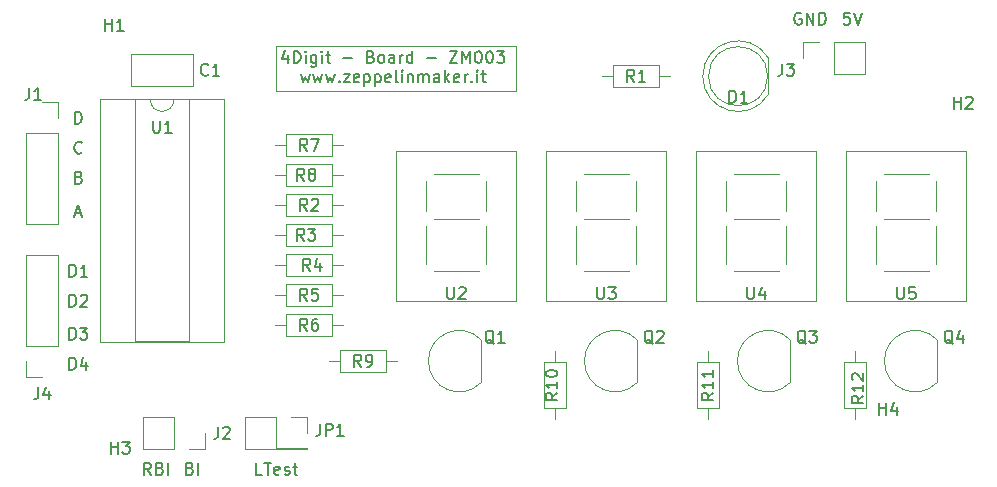
<source format=gbr>
G04 #@! TF.GenerationSoftware,KiCad,Pcbnew,(5.1.4-0-10_14)*
G04 #@! TF.CreationDate,2021-03-24T14:33:32+01:00*
G04 #@! TF.ProjectId,Display7447,44697370-6c61-4793-9734-34372e6b6963,rev?*
G04 #@! TF.SameCoordinates,Original*
G04 #@! TF.FileFunction,Legend,Top*
G04 #@! TF.FilePolarity,Positive*
%FSLAX46Y46*%
G04 Gerber Fmt 4.6, Leading zero omitted, Abs format (unit mm)*
G04 Created by KiCad (PCBNEW (5.1.4-0-10_14)) date 2021-03-24 14:33:32*
%MOMM*%
%LPD*%
G04 APERTURE LIST*
%ADD10C,0.120000*%
%ADD11C,0.150000*%
G04 APERTURE END LIST*
D10*
X101600000Y-25400000D02*
X101600000Y-21590000D01*
X121920000Y-25400000D02*
X101600000Y-25400000D01*
X121920000Y-21590000D02*
X121920000Y-25400000D01*
X101600000Y-21590000D02*
X121920000Y-21590000D01*
D11*
X102577428Y-22328714D02*
X102577428Y-22995380D01*
X102339333Y-21947761D02*
X102101238Y-22662047D01*
X102720285Y-22662047D01*
X103101238Y-22995380D02*
X103101238Y-21995380D01*
X103339333Y-21995380D01*
X103482190Y-22043000D01*
X103577428Y-22138238D01*
X103625047Y-22233476D01*
X103672666Y-22423952D01*
X103672666Y-22566809D01*
X103625047Y-22757285D01*
X103577428Y-22852523D01*
X103482190Y-22947761D01*
X103339333Y-22995380D01*
X103101238Y-22995380D01*
X104101238Y-22995380D02*
X104101238Y-22328714D01*
X104101238Y-21995380D02*
X104053619Y-22043000D01*
X104101238Y-22090619D01*
X104148857Y-22043000D01*
X104101238Y-21995380D01*
X104101238Y-22090619D01*
X105006000Y-22328714D02*
X105006000Y-23138238D01*
X104958380Y-23233476D01*
X104910761Y-23281095D01*
X104815523Y-23328714D01*
X104672666Y-23328714D01*
X104577428Y-23281095D01*
X105006000Y-22947761D02*
X104910761Y-22995380D01*
X104720285Y-22995380D01*
X104625047Y-22947761D01*
X104577428Y-22900142D01*
X104529809Y-22804904D01*
X104529809Y-22519190D01*
X104577428Y-22423952D01*
X104625047Y-22376333D01*
X104720285Y-22328714D01*
X104910761Y-22328714D01*
X105006000Y-22376333D01*
X105482190Y-22995380D02*
X105482190Y-22328714D01*
X105482190Y-21995380D02*
X105434571Y-22043000D01*
X105482190Y-22090619D01*
X105529809Y-22043000D01*
X105482190Y-21995380D01*
X105482190Y-22090619D01*
X105815523Y-22328714D02*
X106196476Y-22328714D01*
X105958380Y-21995380D02*
X105958380Y-22852523D01*
X106006000Y-22947761D01*
X106101238Y-22995380D01*
X106196476Y-22995380D01*
X107291714Y-22614428D02*
X108053619Y-22614428D01*
X109625047Y-22471571D02*
X109767904Y-22519190D01*
X109815523Y-22566809D01*
X109863142Y-22662047D01*
X109863142Y-22804904D01*
X109815523Y-22900142D01*
X109767904Y-22947761D01*
X109672666Y-22995380D01*
X109291714Y-22995380D01*
X109291714Y-21995380D01*
X109625047Y-21995380D01*
X109720285Y-22043000D01*
X109767904Y-22090619D01*
X109815523Y-22185857D01*
X109815523Y-22281095D01*
X109767904Y-22376333D01*
X109720285Y-22423952D01*
X109625047Y-22471571D01*
X109291714Y-22471571D01*
X110434571Y-22995380D02*
X110339333Y-22947761D01*
X110291714Y-22900142D01*
X110244095Y-22804904D01*
X110244095Y-22519190D01*
X110291714Y-22423952D01*
X110339333Y-22376333D01*
X110434571Y-22328714D01*
X110577428Y-22328714D01*
X110672666Y-22376333D01*
X110720285Y-22423952D01*
X110767904Y-22519190D01*
X110767904Y-22804904D01*
X110720285Y-22900142D01*
X110672666Y-22947761D01*
X110577428Y-22995380D01*
X110434571Y-22995380D01*
X111625047Y-22995380D02*
X111625047Y-22471571D01*
X111577428Y-22376333D01*
X111482190Y-22328714D01*
X111291714Y-22328714D01*
X111196476Y-22376333D01*
X111625047Y-22947761D02*
X111529809Y-22995380D01*
X111291714Y-22995380D01*
X111196476Y-22947761D01*
X111148857Y-22852523D01*
X111148857Y-22757285D01*
X111196476Y-22662047D01*
X111291714Y-22614428D01*
X111529809Y-22614428D01*
X111625047Y-22566809D01*
X112101238Y-22995380D02*
X112101238Y-22328714D01*
X112101238Y-22519190D02*
X112148857Y-22423952D01*
X112196476Y-22376333D01*
X112291714Y-22328714D01*
X112386952Y-22328714D01*
X113148857Y-22995380D02*
X113148857Y-21995380D01*
X113148857Y-22947761D02*
X113053619Y-22995380D01*
X112863142Y-22995380D01*
X112767904Y-22947761D01*
X112720285Y-22900142D01*
X112672666Y-22804904D01*
X112672666Y-22519190D01*
X112720285Y-22423952D01*
X112767904Y-22376333D01*
X112863142Y-22328714D01*
X113053619Y-22328714D01*
X113148857Y-22376333D01*
X114386952Y-22614428D02*
X115148857Y-22614428D01*
X116291714Y-21995380D02*
X116958380Y-21995380D01*
X116291714Y-22995380D01*
X116958380Y-22995380D01*
X117339333Y-22995380D02*
X117339333Y-21995380D01*
X117672666Y-22709666D01*
X118006000Y-21995380D01*
X118006000Y-22995380D01*
X118672666Y-21995380D02*
X118767904Y-21995380D01*
X118863142Y-22043000D01*
X118910761Y-22090619D01*
X118958380Y-22185857D01*
X119006000Y-22376333D01*
X119006000Y-22614428D01*
X118958380Y-22804904D01*
X118910761Y-22900142D01*
X118863142Y-22947761D01*
X118767904Y-22995380D01*
X118672666Y-22995380D01*
X118577428Y-22947761D01*
X118529809Y-22900142D01*
X118482190Y-22804904D01*
X118434571Y-22614428D01*
X118434571Y-22376333D01*
X118482190Y-22185857D01*
X118529809Y-22090619D01*
X118577428Y-22043000D01*
X118672666Y-21995380D01*
X119625047Y-21995380D02*
X119720285Y-21995380D01*
X119815523Y-22043000D01*
X119863142Y-22090619D01*
X119910761Y-22185857D01*
X119958380Y-22376333D01*
X119958380Y-22614428D01*
X119910761Y-22804904D01*
X119863142Y-22900142D01*
X119815523Y-22947761D01*
X119720285Y-22995380D01*
X119625047Y-22995380D01*
X119529809Y-22947761D01*
X119482190Y-22900142D01*
X119434571Y-22804904D01*
X119386952Y-22614428D01*
X119386952Y-22376333D01*
X119434571Y-22185857D01*
X119482190Y-22090619D01*
X119529809Y-22043000D01*
X119625047Y-21995380D01*
X120291714Y-21995380D02*
X120910761Y-21995380D01*
X120577428Y-22376333D01*
X120720285Y-22376333D01*
X120815523Y-22423952D01*
X120863142Y-22471571D01*
X120910761Y-22566809D01*
X120910761Y-22804904D01*
X120863142Y-22900142D01*
X120815523Y-22947761D01*
X120720285Y-22995380D01*
X120434571Y-22995380D01*
X120339333Y-22947761D01*
X120291714Y-22900142D01*
X103696476Y-23978714D02*
X103886952Y-24645380D01*
X104077428Y-24169190D01*
X104267904Y-24645380D01*
X104458380Y-23978714D01*
X104744095Y-23978714D02*
X104934571Y-24645380D01*
X105125047Y-24169190D01*
X105315523Y-24645380D01*
X105506000Y-23978714D01*
X105791714Y-23978714D02*
X105982190Y-24645380D01*
X106172666Y-24169190D01*
X106363142Y-24645380D01*
X106553619Y-23978714D01*
X106934571Y-24550142D02*
X106982190Y-24597761D01*
X106934571Y-24645380D01*
X106886952Y-24597761D01*
X106934571Y-24550142D01*
X106934571Y-24645380D01*
X107315523Y-23978714D02*
X107839333Y-23978714D01*
X107315523Y-24645380D01*
X107839333Y-24645380D01*
X108601238Y-24597761D02*
X108506000Y-24645380D01*
X108315523Y-24645380D01*
X108220285Y-24597761D01*
X108172666Y-24502523D01*
X108172666Y-24121571D01*
X108220285Y-24026333D01*
X108315523Y-23978714D01*
X108506000Y-23978714D01*
X108601238Y-24026333D01*
X108648857Y-24121571D01*
X108648857Y-24216809D01*
X108172666Y-24312047D01*
X109077428Y-23978714D02*
X109077428Y-24978714D01*
X109077428Y-24026333D02*
X109172666Y-23978714D01*
X109363142Y-23978714D01*
X109458380Y-24026333D01*
X109506000Y-24073952D01*
X109553619Y-24169190D01*
X109553619Y-24454904D01*
X109506000Y-24550142D01*
X109458380Y-24597761D01*
X109363142Y-24645380D01*
X109172666Y-24645380D01*
X109077428Y-24597761D01*
X109982190Y-23978714D02*
X109982190Y-24978714D01*
X109982190Y-24026333D02*
X110077428Y-23978714D01*
X110267904Y-23978714D01*
X110363142Y-24026333D01*
X110410761Y-24073952D01*
X110458380Y-24169190D01*
X110458380Y-24454904D01*
X110410761Y-24550142D01*
X110363142Y-24597761D01*
X110267904Y-24645380D01*
X110077428Y-24645380D01*
X109982190Y-24597761D01*
X111267904Y-24597761D02*
X111172666Y-24645380D01*
X110982190Y-24645380D01*
X110886952Y-24597761D01*
X110839333Y-24502523D01*
X110839333Y-24121571D01*
X110886952Y-24026333D01*
X110982190Y-23978714D01*
X111172666Y-23978714D01*
X111267904Y-24026333D01*
X111315523Y-24121571D01*
X111315523Y-24216809D01*
X110839333Y-24312047D01*
X111886952Y-24645380D02*
X111791714Y-24597761D01*
X111744095Y-24502523D01*
X111744095Y-23645380D01*
X112267904Y-24645380D02*
X112267904Y-23978714D01*
X112267904Y-23645380D02*
X112220285Y-23693000D01*
X112267904Y-23740619D01*
X112315523Y-23693000D01*
X112267904Y-23645380D01*
X112267904Y-23740619D01*
X112744095Y-23978714D02*
X112744095Y-24645380D01*
X112744095Y-24073952D02*
X112791714Y-24026333D01*
X112886952Y-23978714D01*
X113029809Y-23978714D01*
X113125047Y-24026333D01*
X113172666Y-24121571D01*
X113172666Y-24645380D01*
X113648857Y-24645380D02*
X113648857Y-23978714D01*
X113648857Y-24073952D02*
X113696476Y-24026333D01*
X113791714Y-23978714D01*
X113934571Y-23978714D01*
X114029809Y-24026333D01*
X114077428Y-24121571D01*
X114077428Y-24645380D01*
X114077428Y-24121571D02*
X114125047Y-24026333D01*
X114220285Y-23978714D01*
X114363142Y-23978714D01*
X114458380Y-24026333D01*
X114506000Y-24121571D01*
X114506000Y-24645380D01*
X115410761Y-24645380D02*
X115410761Y-24121571D01*
X115363142Y-24026333D01*
X115267904Y-23978714D01*
X115077428Y-23978714D01*
X114982190Y-24026333D01*
X115410761Y-24597761D02*
X115315523Y-24645380D01*
X115077428Y-24645380D01*
X114982190Y-24597761D01*
X114934571Y-24502523D01*
X114934571Y-24407285D01*
X114982190Y-24312047D01*
X115077428Y-24264428D01*
X115315523Y-24264428D01*
X115410761Y-24216809D01*
X115886952Y-24645380D02*
X115886952Y-23645380D01*
X115982190Y-24264428D02*
X116267904Y-24645380D01*
X116267904Y-23978714D02*
X115886952Y-24359666D01*
X117077428Y-24597761D02*
X116982190Y-24645380D01*
X116791714Y-24645380D01*
X116696476Y-24597761D01*
X116648857Y-24502523D01*
X116648857Y-24121571D01*
X116696476Y-24026333D01*
X116791714Y-23978714D01*
X116982190Y-23978714D01*
X117077428Y-24026333D01*
X117125047Y-24121571D01*
X117125047Y-24216809D01*
X116648857Y-24312047D01*
X117553619Y-24645380D02*
X117553619Y-23978714D01*
X117553619Y-24169190D02*
X117601238Y-24073952D01*
X117648857Y-24026333D01*
X117744095Y-23978714D01*
X117839333Y-23978714D01*
X118172666Y-24550142D02*
X118220285Y-24597761D01*
X118172666Y-24645380D01*
X118125047Y-24597761D01*
X118172666Y-24550142D01*
X118172666Y-24645380D01*
X118648857Y-24645380D02*
X118648857Y-23978714D01*
X118648857Y-23645380D02*
X118601238Y-23693000D01*
X118648857Y-23740619D01*
X118696476Y-23693000D01*
X118648857Y-23645380D01*
X118648857Y-23740619D01*
X118982190Y-23978714D02*
X119363142Y-23978714D01*
X119125047Y-23645380D02*
X119125047Y-24502523D01*
X119172666Y-24597761D01*
X119267904Y-24645380D01*
X119363142Y-24645380D01*
X84574095Y-28138380D02*
X84574095Y-27138380D01*
X84812190Y-27138380D01*
X84955047Y-27186000D01*
X85050285Y-27281238D01*
X85097904Y-27376476D01*
X85145523Y-27566952D01*
X85145523Y-27709809D01*
X85097904Y-27900285D01*
X85050285Y-27995523D01*
X84955047Y-28090761D01*
X84812190Y-28138380D01*
X84574095Y-28138380D01*
X85145523Y-30583142D02*
X85097904Y-30630761D01*
X84955047Y-30678380D01*
X84859809Y-30678380D01*
X84716952Y-30630761D01*
X84621714Y-30535523D01*
X84574095Y-30440285D01*
X84526476Y-30249809D01*
X84526476Y-30106952D01*
X84574095Y-29916476D01*
X84621714Y-29821238D01*
X84716952Y-29726000D01*
X84859809Y-29678380D01*
X84955047Y-29678380D01*
X85097904Y-29726000D01*
X85145523Y-29773619D01*
X84907428Y-32694571D02*
X85050285Y-32742190D01*
X85097904Y-32789809D01*
X85145523Y-32885047D01*
X85145523Y-33027904D01*
X85097904Y-33123142D01*
X85050285Y-33170761D01*
X84955047Y-33218380D01*
X84574095Y-33218380D01*
X84574095Y-32218380D01*
X84907428Y-32218380D01*
X85002666Y-32266000D01*
X85050285Y-32313619D01*
X85097904Y-32408857D01*
X85097904Y-32504095D01*
X85050285Y-32599333D01*
X85002666Y-32646952D01*
X84907428Y-32694571D01*
X84574095Y-32694571D01*
X84597904Y-35726666D02*
X85074095Y-35726666D01*
X84502666Y-36012380D02*
X84836000Y-35012380D01*
X85169333Y-36012380D01*
X84097904Y-48966380D02*
X84097904Y-47966380D01*
X84336000Y-47966380D01*
X84478857Y-48014000D01*
X84574095Y-48109238D01*
X84621714Y-48204476D01*
X84669333Y-48394952D01*
X84669333Y-48537809D01*
X84621714Y-48728285D01*
X84574095Y-48823523D01*
X84478857Y-48918761D01*
X84336000Y-48966380D01*
X84097904Y-48966380D01*
X85526476Y-48299714D02*
X85526476Y-48966380D01*
X85288380Y-47918761D02*
X85050285Y-48633047D01*
X85669333Y-48633047D01*
X84097904Y-46426380D02*
X84097904Y-45426380D01*
X84336000Y-45426380D01*
X84478857Y-45474000D01*
X84574095Y-45569238D01*
X84621714Y-45664476D01*
X84669333Y-45854952D01*
X84669333Y-45997809D01*
X84621714Y-46188285D01*
X84574095Y-46283523D01*
X84478857Y-46378761D01*
X84336000Y-46426380D01*
X84097904Y-46426380D01*
X85002666Y-45426380D02*
X85621714Y-45426380D01*
X85288380Y-45807333D01*
X85431238Y-45807333D01*
X85526476Y-45854952D01*
X85574095Y-45902571D01*
X85621714Y-45997809D01*
X85621714Y-46235904D01*
X85574095Y-46331142D01*
X85526476Y-46378761D01*
X85431238Y-46426380D01*
X85145523Y-46426380D01*
X85050285Y-46378761D01*
X85002666Y-46331142D01*
X84097904Y-43632380D02*
X84097904Y-42632380D01*
X84336000Y-42632380D01*
X84478857Y-42680000D01*
X84574095Y-42775238D01*
X84621714Y-42870476D01*
X84669333Y-43060952D01*
X84669333Y-43203809D01*
X84621714Y-43394285D01*
X84574095Y-43489523D01*
X84478857Y-43584761D01*
X84336000Y-43632380D01*
X84097904Y-43632380D01*
X85050285Y-42727619D02*
X85097904Y-42680000D01*
X85193142Y-42632380D01*
X85431238Y-42632380D01*
X85526476Y-42680000D01*
X85574095Y-42727619D01*
X85621714Y-42822857D01*
X85621714Y-42918095D01*
X85574095Y-43060952D01*
X85002666Y-43632380D01*
X85621714Y-43632380D01*
X84097904Y-41092380D02*
X84097904Y-40092380D01*
X84336000Y-40092380D01*
X84478857Y-40140000D01*
X84574095Y-40235238D01*
X84621714Y-40330476D01*
X84669333Y-40520952D01*
X84669333Y-40663809D01*
X84621714Y-40854285D01*
X84574095Y-40949523D01*
X84478857Y-41044761D01*
X84336000Y-41092380D01*
X84097904Y-41092380D01*
X85621714Y-41092380D02*
X85050285Y-41092380D01*
X85336000Y-41092380D02*
X85336000Y-40092380D01*
X85240761Y-40235238D01*
X85145523Y-40330476D01*
X85050285Y-40378095D01*
X91011428Y-57856380D02*
X90678095Y-57380190D01*
X90440000Y-57856380D02*
X90440000Y-56856380D01*
X90820952Y-56856380D01*
X90916190Y-56904000D01*
X90963809Y-56951619D01*
X91011428Y-57046857D01*
X91011428Y-57189714D01*
X90963809Y-57284952D01*
X90916190Y-57332571D01*
X90820952Y-57380190D01*
X90440000Y-57380190D01*
X91773333Y-57332571D02*
X91916190Y-57380190D01*
X91963809Y-57427809D01*
X92011428Y-57523047D01*
X92011428Y-57665904D01*
X91963809Y-57761142D01*
X91916190Y-57808761D01*
X91820952Y-57856380D01*
X91440000Y-57856380D01*
X91440000Y-56856380D01*
X91773333Y-56856380D01*
X91868571Y-56904000D01*
X91916190Y-56951619D01*
X91963809Y-57046857D01*
X91963809Y-57142095D01*
X91916190Y-57237333D01*
X91868571Y-57284952D01*
X91773333Y-57332571D01*
X91440000Y-57332571D01*
X92440000Y-57856380D02*
X92440000Y-56856380D01*
X94321333Y-57332571D02*
X94464190Y-57380190D01*
X94511809Y-57427809D01*
X94559428Y-57523047D01*
X94559428Y-57665904D01*
X94511809Y-57761142D01*
X94464190Y-57808761D01*
X94368952Y-57856380D01*
X93988000Y-57856380D01*
X93988000Y-56856380D01*
X94321333Y-56856380D01*
X94416571Y-56904000D01*
X94464190Y-56951619D01*
X94511809Y-57046857D01*
X94511809Y-57142095D01*
X94464190Y-57237333D01*
X94416571Y-57284952D01*
X94321333Y-57332571D01*
X93988000Y-57332571D01*
X94988000Y-57856380D02*
X94988000Y-56856380D01*
X100409523Y-57856380D02*
X99933333Y-57856380D01*
X99933333Y-56856380D01*
X100600000Y-56856380D02*
X101171428Y-56856380D01*
X100885714Y-57856380D02*
X100885714Y-56856380D01*
X101885714Y-57808761D02*
X101790476Y-57856380D01*
X101600000Y-57856380D01*
X101504761Y-57808761D01*
X101457142Y-57713523D01*
X101457142Y-57332571D01*
X101504761Y-57237333D01*
X101600000Y-57189714D01*
X101790476Y-57189714D01*
X101885714Y-57237333D01*
X101933333Y-57332571D01*
X101933333Y-57427809D01*
X101457142Y-57523047D01*
X102314285Y-57808761D02*
X102409523Y-57856380D01*
X102600000Y-57856380D01*
X102695238Y-57808761D01*
X102742857Y-57713523D01*
X102742857Y-57665904D01*
X102695238Y-57570666D01*
X102600000Y-57523047D01*
X102457142Y-57523047D01*
X102361904Y-57475428D01*
X102314285Y-57380190D01*
X102314285Y-57332571D01*
X102361904Y-57237333D01*
X102457142Y-57189714D01*
X102600000Y-57189714D01*
X102695238Y-57237333D01*
X103028571Y-57189714D02*
X103409523Y-57189714D01*
X103171428Y-56856380D02*
X103171428Y-57713523D01*
X103219047Y-57808761D01*
X103314285Y-57856380D01*
X103409523Y-57856380D01*
X150177523Y-18756380D02*
X149701333Y-18756380D01*
X149653714Y-19232571D01*
X149701333Y-19184952D01*
X149796571Y-19137333D01*
X150034666Y-19137333D01*
X150129904Y-19184952D01*
X150177523Y-19232571D01*
X150225142Y-19327809D01*
X150225142Y-19565904D01*
X150177523Y-19661142D01*
X150129904Y-19708761D01*
X150034666Y-19756380D01*
X149796571Y-19756380D01*
X149701333Y-19708761D01*
X149653714Y-19661142D01*
X150510857Y-18756380D02*
X150844190Y-19756380D01*
X151177523Y-18756380D01*
X146050095Y-18804000D02*
X145954857Y-18756380D01*
X145812000Y-18756380D01*
X145669142Y-18804000D01*
X145573904Y-18899238D01*
X145526285Y-18994476D01*
X145478666Y-19184952D01*
X145478666Y-19327809D01*
X145526285Y-19518285D01*
X145573904Y-19613523D01*
X145669142Y-19708761D01*
X145812000Y-19756380D01*
X145907238Y-19756380D01*
X146050095Y-19708761D01*
X146097714Y-19661142D01*
X146097714Y-19327809D01*
X145907238Y-19327809D01*
X146526285Y-19756380D02*
X146526285Y-18756380D01*
X147097714Y-19756380D01*
X147097714Y-18756380D01*
X147573904Y-19756380D02*
X147573904Y-18756380D01*
X147812000Y-18756380D01*
X147954857Y-18804000D01*
X148050095Y-18899238D01*
X148097714Y-18994476D01*
X148145333Y-19184952D01*
X148145333Y-19327809D01*
X148097714Y-19518285D01*
X148050095Y-19613523D01*
X147954857Y-19708761D01*
X147812000Y-19756380D01*
X147573904Y-19756380D01*
D10*
X94588000Y-24992000D02*
X89348000Y-24992000D01*
X94588000Y-22252000D02*
X89348000Y-22252000D01*
X94588000Y-24992000D02*
X94588000Y-22252000D01*
X89348000Y-24992000D02*
X89348000Y-22252000D01*
X137726000Y-24129538D02*
G75*
G03X143276000Y-25674830I2990000J-462D01*
G01*
X137726000Y-24130462D02*
G75*
G02X143276000Y-22585170I2990000J462D01*
G01*
X143216000Y-24130000D02*
G75*
G03X143216000Y-24130000I-2500000J0D01*
G01*
X143276000Y-25675000D02*
X143276000Y-22585000D01*
X81788000Y-26356000D02*
X83118000Y-26356000D01*
X83118000Y-26356000D02*
X83118000Y-27686000D01*
X83118000Y-28956000D02*
X83118000Y-36636000D01*
X80458000Y-36636000D02*
X83118000Y-36636000D01*
X80458000Y-28956000D02*
X80458000Y-36636000D01*
X80458000Y-28956000D02*
X83118000Y-28956000D01*
X95564000Y-54356000D02*
X95564000Y-55686000D01*
X95564000Y-55686000D02*
X94234000Y-55686000D01*
X92964000Y-55686000D02*
X90364000Y-55686000D01*
X90364000Y-53026000D02*
X90364000Y-55686000D01*
X92964000Y-53026000D02*
X90364000Y-53026000D01*
X92964000Y-53026000D02*
X92964000Y-55686000D01*
X148844000Y-23936000D02*
X148844000Y-21276000D01*
X148844000Y-23936000D02*
X151444000Y-23936000D01*
X151444000Y-23936000D02*
X151444000Y-21276000D01*
X148844000Y-21276000D02*
X151444000Y-21276000D01*
X146244000Y-21276000D02*
X147574000Y-21276000D01*
X146244000Y-22606000D02*
X146244000Y-21276000D01*
X83118000Y-46990000D02*
X80458000Y-46990000D01*
X83118000Y-46990000D02*
X83118000Y-39310000D01*
X83118000Y-39310000D02*
X80458000Y-39310000D01*
X80458000Y-46990000D02*
X80458000Y-39310000D01*
X80458000Y-49590000D02*
X80458000Y-48260000D01*
X81788000Y-49590000D02*
X80458000Y-49590000D01*
X99000000Y-53026000D02*
X101600000Y-53026000D01*
X99000000Y-53026000D02*
X99000000Y-55686000D01*
X99000000Y-55686000D02*
X104200000Y-55686000D01*
X104200000Y-55626000D02*
X104200000Y-55686000D01*
X101600000Y-55626000D02*
X104200000Y-55626000D01*
X101600000Y-53026000D02*
X101600000Y-55626000D01*
X104200000Y-53026000D02*
X104200000Y-54356000D01*
X102870000Y-53026000D02*
X104200000Y-53026000D01*
X118944000Y-50060000D02*
X118944000Y-46460000D01*
X118932478Y-50098478D02*
G75*
G02X114494000Y-48260000I-1838478J1838478D01*
G01*
X118932478Y-46421522D02*
G75*
G03X114494000Y-48260000I-1838478J-1838478D01*
G01*
X132140478Y-46421522D02*
G75*
G03X127702000Y-48260000I-1838478J-1838478D01*
G01*
X132140478Y-50098478D02*
G75*
G02X127702000Y-48260000I-1838478J1838478D01*
G01*
X132152000Y-50060000D02*
X132152000Y-46460000D01*
X145106000Y-50060000D02*
X145106000Y-46460000D01*
X145094478Y-50098478D02*
G75*
G02X140656000Y-48260000I-1838478J1838478D01*
G01*
X145094478Y-46421522D02*
G75*
G03X140656000Y-48260000I-1838478J-1838478D01*
G01*
X157540478Y-46421522D02*
G75*
G03X153102000Y-48260000I-1838478J-1838478D01*
G01*
X157540478Y-50098478D02*
G75*
G02X153102000Y-48260000I-1838478J1838478D01*
G01*
X157552000Y-50060000D02*
X157552000Y-46460000D01*
X129210000Y-24130000D02*
X130160000Y-24130000D01*
X134950000Y-24130000D02*
X134000000Y-24130000D01*
X130160000Y-25050000D02*
X134000000Y-25050000D01*
X130160000Y-23210000D02*
X130160000Y-25050000D01*
X134000000Y-23210000D02*
X130160000Y-23210000D01*
X134000000Y-25050000D02*
X134000000Y-23210000D01*
X106314000Y-35972000D02*
X106314000Y-34132000D01*
X106314000Y-34132000D02*
X102474000Y-34132000D01*
X102474000Y-34132000D02*
X102474000Y-35972000D01*
X102474000Y-35972000D02*
X106314000Y-35972000D01*
X107264000Y-35052000D02*
X106314000Y-35052000D01*
X101524000Y-35052000D02*
X102474000Y-35052000D01*
X101524000Y-37592000D02*
X102474000Y-37592000D01*
X107264000Y-37592000D02*
X106314000Y-37592000D01*
X102474000Y-38512000D02*
X106314000Y-38512000D01*
X102474000Y-36672000D02*
X102474000Y-38512000D01*
X106314000Y-36672000D02*
X102474000Y-36672000D01*
X106314000Y-38512000D02*
X106314000Y-36672000D01*
X106314000Y-41052000D02*
X106314000Y-39212000D01*
X106314000Y-39212000D02*
X102474000Y-39212000D01*
X102474000Y-39212000D02*
X102474000Y-41052000D01*
X102474000Y-41052000D02*
X106314000Y-41052000D01*
X107264000Y-40132000D02*
X106314000Y-40132000D01*
X101524000Y-40132000D02*
X102474000Y-40132000D01*
X101524000Y-42672000D02*
X102474000Y-42672000D01*
X107264000Y-42672000D02*
X106314000Y-42672000D01*
X102474000Y-43592000D02*
X106314000Y-43592000D01*
X102474000Y-41752000D02*
X102474000Y-43592000D01*
X106314000Y-41752000D02*
X102474000Y-41752000D01*
X106314000Y-43592000D02*
X106314000Y-41752000D01*
X106314000Y-46132000D02*
X106314000Y-44292000D01*
X106314000Y-44292000D02*
X102474000Y-44292000D01*
X102474000Y-44292000D02*
X102474000Y-46132000D01*
X102474000Y-46132000D02*
X106314000Y-46132000D01*
X107264000Y-45212000D02*
X106314000Y-45212000D01*
X101524000Y-45212000D02*
X102474000Y-45212000D01*
X101524000Y-29972000D02*
X102474000Y-29972000D01*
X107264000Y-29972000D02*
X106314000Y-29972000D01*
X102474000Y-30892000D02*
X106314000Y-30892000D01*
X102474000Y-29052000D02*
X102474000Y-30892000D01*
X106314000Y-29052000D02*
X102474000Y-29052000D01*
X106314000Y-30892000D02*
X106314000Y-29052000D01*
X106314000Y-33432000D02*
X106314000Y-31592000D01*
X106314000Y-31592000D02*
X102474000Y-31592000D01*
X102474000Y-31592000D02*
X102474000Y-33432000D01*
X102474000Y-33432000D02*
X106314000Y-33432000D01*
X107264000Y-32512000D02*
X106314000Y-32512000D01*
X101524000Y-32512000D02*
X102474000Y-32512000D01*
X106096000Y-48260000D02*
X107046000Y-48260000D01*
X111836000Y-48260000D02*
X110886000Y-48260000D01*
X107046000Y-49180000D02*
X110886000Y-49180000D01*
X107046000Y-47340000D02*
X107046000Y-49180000D01*
X110886000Y-47340000D02*
X107046000Y-47340000D01*
X110886000Y-49180000D02*
X110886000Y-47340000D01*
X125222000Y-53162000D02*
X125222000Y-52212000D01*
X125222000Y-47422000D02*
X125222000Y-48372000D01*
X126142000Y-52212000D02*
X126142000Y-48372000D01*
X124302000Y-52212000D02*
X126142000Y-52212000D01*
X124302000Y-48372000D02*
X124302000Y-52212000D01*
X126142000Y-48372000D02*
X124302000Y-48372000D01*
X139096000Y-48372000D02*
X137256000Y-48372000D01*
X137256000Y-48372000D02*
X137256000Y-52212000D01*
X137256000Y-52212000D02*
X139096000Y-52212000D01*
X139096000Y-52212000D02*
X139096000Y-48372000D01*
X138176000Y-47422000D02*
X138176000Y-48372000D01*
X138176000Y-53162000D02*
X138176000Y-52212000D01*
X151542000Y-48372000D02*
X149702000Y-48372000D01*
X149702000Y-48372000D02*
X149702000Y-52212000D01*
X149702000Y-52212000D02*
X151542000Y-52212000D01*
X151542000Y-52212000D02*
X151542000Y-48372000D01*
X150622000Y-47422000D02*
X150622000Y-48372000D01*
X150622000Y-53162000D02*
X150622000Y-52212000D01*
X92948000Y-26102000D02*
G75*
G02X90948000Y-26102000I-1000000J0D01*
G01*
X90948000Y-26102000D02*
X89698000Y-26102000D01*
X89698000Y-26102000D02*
X89698000Y-46542000D01*
X89698000Y-46542000D02*
X94198000Y-46542000D01*
X94198000Y-46542000D02*
X94198000Y-26102000D01*
X94198000Y-26102000D02*
X92948000Y-26102000D01*
X86698000Y-26042000D02*
X86698000Y-46602000D01*
X86698000Y-46602000D02*
X97198000Y-46602000D01*
X97198000Y-46602000D02*
X97198000Y-26042000D01*
X97198000Y-26042000D02*
X86698000Y-26042000D01*
X119380000Y-36830000D02*
X119380000Y-37465000D01*
X119380000Y-37465000D02*
X119380000Y-40005000D01*
X114935000Y-40640000D02*
X118745000Y-40640000D01*
X114300000Y-36830000D02*
X114300000Y-40005000D01*
X114935000Y-36195000D02*
X118745000Y-36195000D01*
X119380000Y-33020000D02*
X119380000Y-35560000D01*
X114300000Y-33020000D02*
X114300000Y-35560000D01*
X114935000Y-32385000D02*
X118745000Y-32385000D01*
X111760000Y-43180000D02*
X111760000Y-30480000D01*
X121920000Y-43180000D02*
X111760000Y-43180000D01*
X121920000Y-30480000D02*
X121920000Y-43180000D01*
X111760000Y-30480000D02*
X121920000Y-30480000D01*
X124460000Y-30480000D02*
X134620000Y-30480000D01*
X134620000Y-30480000D02*
X134620000Y-43180000D01*
X134620000Y-43180000D02*
X124460000Y-43180000D01*
X124460000Y-43180000D02*
X124460000Y-30480000D01*
X127635000Y-32385000D02*
X131445000Y-32385000D01*
X127000000Y-33020000D02*
X127000000Y-35560000D01*
X132080000Y-33020000D02*
X132080000Y-35560000D01*
X127635000Y-36195000D02*
X131445000Y-36195000D01*
X127000000Y-36830000D02*
X127000000Y-40005000D01*
X127635000Y-40640000D02*
X131445000Y-40640000D01*
X132080000Y-37465000D02*
X132080000Y-40005000D01*
X132080000Y-36830000D02*
X132080000Y-37465000D01*
X144780000Y-36830000D02*
X144780000Y-37465000D01*
X144780000Y-37465000D02*
X144780000Y-40005000D01*
X140335000Y-40640000D02*
X144145000Y-40640000D01*
X139700000Y-36830000D02*
X139700000Y-40005000D01*
X140335000Y-36195000D02*
X144145000Y-36195000D01*
X144780000Y-33020000D02*
X144780000Y-35560000D01*
X139700000Y-33020000D02*
X139700000Y-35560000D01*
X140335000Y-32385000D02*
X144145000Y-32385000D01*
X137160000Y-43180000D02*
X137160000Y-30480000D01*
X147320000Y-43180000D02*
X137160000Y-43180000D01*
X147320000Y-30480000D02*
X147320000Y-43180000D01*
X137160000Y-30480000D02*
X147320000Y-30480000D01*
X149860000Y-30480000D02*
X160020000Y-30480000D01*
X160020000Y-30480000D02*
X160020000Y-43180000D01*
X160020000Y-43180000D02*
X149860000Y-43180000D01*
X149860000Y-43180000D02*
X149860000Y-30480000D01*
X153035000Y-32385000D02*
X156845000Y-32385000D01*
X152400000Y-33020000D02*
X152400000Y-35560000D01*
X157480000Y-33020000D02*
X157480000Y-35560000D01*
X153035000Y-36195000D02*
X156845000Y-36195000D01*
X152400000Y-36830000D02*
X152400000Y-40005000D01*
X153035000Y-40640000D02*
X156845000Y-40640000D01*
X157480000Y-37465000D02*
X157480000Y-40005000D01*
X157480000Y-36830000D02*
X157480000Y-37465000D01*
D11*
X95845333Y-23979142D02*
X95797714Y-24026761D01*
X95654857Y-24074380D01*
X95559619Y-24074380D01*
X95416761Y-24026761D01*
X95321523Y-23931523D01*
X95273904Y-23836285D01*
X95226285Y-23645809D01*
X95226285Y-23502952D01*
X95273904Y-23312476D01*
X95321523Y-23217238D01*
X95416761Y-23122000D01*
X95559619Y-23074380D01*
X95654857Y-23074380D01*
X95797714Y-23122000D01*
X95845333Y-23169619D01*
X96797714Y-24074380D02*
X96226285Y-24074380D01*
X96512000Y-24074380D02*
X96512000Y-23074380D01*
X96416761Y-23217238D01*
X96321523Y-23312476D01*
X96226285Y-23360095D01*
X139977904Y-26360380D02*
X139977904Y-25360380D01*
X140216000Y-25360380D01*
X140358857Y-25408000D01*
X140454095Y-25503238D01*
X140501714Y-25598476D01*
X140549333Y-25788952D01*
X140549333Y-25931809D01*
X140501714Y-26122285D01*
X140454095Y-26217523D01*
X140358857Y-26312761D01*
X140216000Y-26360380D01*
X139977904Y-26360380D01*
X141501714Y-26360380D02*
X140930285Y-26360380D01*
X141216000Y-26360380D02*
X141216000Y-25360380D01*
X141120761Y-25503238D01*
X141025523Y-25598476D01*
X140930285Y-25646095D01*
X87122095Y-20264380D02*
X87122095Y-19264380D01*
X87122095Y-19740571D02*
X87693523Y-19740571D01*
X87693523Y-20264380D02*
X87693523Y-19264380D01*
X88693523Y-20264380D02*
X88122095Y-20264380D01*
X88407809Y-20264380D02*
X88407809Y-19264380D01*
X88312571Y-19407238D01*
X88217333Y-19502476D01*
X88122095Y-19550095D01*
X159004095Y-26868380D02*
X159004095Y-25868380D01*
X159004095Y-26344571D02*
X159575523Y-26344571D01*
X159575523Y-26868380D02*
X159575523Y-25868380D01*
X160004095Y-25963619D02*
X160051714Y-25916000D01*
X160146952Y-25868380D01*
X160385047Y-25868380D01*
X160480285Y-25916000D01*
X160527904Y-25963619D01*
X160575523Y-26058857D01*
X160575523Y-26154095D01*
X160527904Y-26296952D01*
X159956476Y-26868380D01*
X160575523Y-26868380D01*
X87630095Y-56078380D02*
X87630095Y-55078380D01*
X87630095Y-55554571D02*
X88201523Y-55554571D01*
X88201523Y-56078380D02*
X88201523Y-55078380D01*
X88582476Y-55078380D02*
X89201523Y-55078380D01*
X88868190Y-55459333D01*
X89011047Y-55459333D01*
X89106285Y-55506952D01*
X89153904Y-55554571D01*
X89201523Y-55649809D01*
X89201523Y-55887904D01*
X89153904Y-55983142D01*
X89106285Y-56030761D01*
X89011047Y-56078380D01*
X88725333Y-56078380D01*
X88630095Y-56030761D01*
X88582476Y-55983142D01*
X152654095Y-52776380D02*
X152654095Y-51776380D01*
X152654095Y-52252571D02*
X153225523Y-52252571D01*
X153225523Y-52776380D02*
X153225523Y-51776380D01*
X154130285Y-52109714D02*
X154130285Y-52776380D01*
X153892190Y-51728761D02*
X153654095Y-52443047D01*
X154273142Y-52443047D01*
X80692666Y-25106380D02*
X80692666Y-25820666D01*
X80645047Y-25963523D01*
X80549809Y-26058761D01*
X80406952Y-26106380D01*
X80311714Y-26106380D01*
X81692666Y-26106380D02*
X81121238Y-26106380D01*
X81406952Y-26106380D02*
X81406952Y-25106380D01*
X81311714Y-25249238D01*
X81216476Y-25344476D01*
X81121238Y-25392095D01*
X96694666Y-53808380D02*
X96694666Y-54522666D01*
X96647047Y-54665523D01*
X96551809Y-54760761D01*
X96408952Y-54808380D01*
X96313714Y-54808380D01*
X97123238Y-53903619D02*
X97170857Y-53856000D01*
X97266095Y-53808380D01*
X97504190Y-53808380D01*
X97599428Y-53856000D01*
X97647047Y-53903619D01*
X97694666Y-53998857D01*
X97694666Y-54094095D01*
X97647047Y-54236952D01*
X97075619Y-54808380D01*
X97694666Y-54808380D01*
X144446666Y-23074380D02*
X144446666Y-23788666D01*
X144399047Y-23931523D01*
X144303809Y-24026761D01*
X144160952Y-24074380D01*
X144065714Y-24074380D01*
X144827619Y-23074380D02*
X145446666Y-23074380D01*
X145113333Y-23455333D01*
X145256190Y-23455333D01*
X145351428Y-23502952D01*
X145399047Y-23550571D01*
X145446666Y-23645809D01*
X145446666Y-23883904D01*
X145399047Y-23979142D01*
X145351428Y-24026761D01*
X145256190Y-24074380D01*
X144970476Y-24074380D01*
X144875238Y-24026761D01*
X144827619Y-23979142D01*
X81454666Y-50482380D02*
X81454666Y-51196666D01*
X81407047Y-51339523D01*
X81311809Y-51434761D01*
X81168952Y-51482380D01*
X81073714Y-51482380D01*
X82359428Y-50815714D02*
X82359428Y-51482380D01*
X82121333Y-50434761D02*
X81883238Y-51149047D01*
X82502285Y-51149047D01*
X105338666Y-53554380D02*
X105338666Y-54268666D01*
X105291047Y-54411523D01*
X105195809Y-54506761D01*
X105052952Y-54554380D01*
X104957714Y-54554380D01*
X105814857Y-54554380D02*
X105814857Y-53554380D01*
X106195809Y-53554380D01*
X106291047Y-53602000D01*
X106338666Y-53649619D01*
X106386285Y-53744857D01*
X106386285Y-53887714D01*
X106338666Y-53982952D01*
X106291047Y-54030571D01*
X106195809Y-54078190D01*
X105814857Y-54078190D01*
X107338666Y-54554380D02*
X106767238Y-54554380D01*
X107052952Y-54554380D02*
X107052952Y-53554380D01*
X106957714Y-53697238D01*
X106862476Y-53792476D01*
X106767238Y-53840095D01*
X120046761Y-46775619D02*
X119951523Y-46728000D01*
X119856285Y-46632761D01*
X119713428Y-46489904D01*
X119618190Y-46442285D01*
X119522952Y-46442285D01*
X119570571Y-46680380D02*
X119475333Y-46632761D01*
X119380095Y-46537523D01*
X119332476Y-46347047D01*
X119332476Y-46013714D01*
X119380095Y-45823238D01*
X119475333Y-45728000D01*
X119570571Y-45680380D01*
X119761047Y-45680380D01*
X119856285Y-45728000D01*
X119951523Y-45823238D01*
X119999142Y-46013714D01*
X119999142Y-46347047D01*
X119951523Y-46537523D01*
X119856285Y-46632761D01*
X119761047Y-46680380D01*
X119570571Y-46680380D01*
X120951523Y-46680380D02*
X120380095Y-46680380D01*
X120665809Y-46680380D02*
X120665809Y-45680380D01*
X120570571Y-45823238D01*
X120475333Y-45918476D01*
X120380095Y-45966095D01*
X133508761Y-46775619D02*
X133413523Y-46728000D01*
X133318285Y-46632761D01*
X133175428Y-46489904D01*
X133080190Y-46442285D01*
X132984952Y-46442285D01*
X133032571Y-46680380D02*
X132937333Y-46632761D01*
X132842095Y-46537523D01*
X132794476Y-46347047D01*
X132794476Y-46013714D01*
X132842095Y-45823238D01*
X132937333Y-45728000D01*
X133032571Y-45680380D01*
X133223047Y-45680380D01*
X133318285Y-45728000D01*
X133413523Y-45823238D01*
X133461142Y-46013714D01*
X133461142Y-46347047D01*
X133413523Y-46537523D01*
X133318285Y-46632761D01*
X133223047Y-46680380D01*
X133032571Y-46680380D01*
X133842095Y-45775619D02*
X133889714Y-45728000D01*
X133984952Y-45680380D01*
X134223047Y-45680380D01*
X134318285Y-45728000D01*
X134365904Y-45775619D01*
X134413523Y-45870857D01*
X134413523Y-45966095D01*
X134365904Y-46108952D01*
X133794476Y-46680380D01*
X134413523Y-46680380D01*
X146462761Y-46775619D02*
X146367523Y-46728000D01*
X146272285Y-46632761D01*
X146129428Y-46489904D01*
X146034190Y-46442285D01*
X145938952Y-46442285D01*
X145986571Y-46680380D02*
X145891333Y-46632761D01*
X145796095Y-46537523D01*
X145748476Y-46347047D01*
X145748476Y-46013714D01*
X145796095Y-45823238D01*
X145891333Y-45728000D01*
X145986571Y-45680380D01*
X146177047Y-45680380D01*
X146272285Y-45728000D01*
X146367523Y-45823238D01*
X146415142Y-46013714D01*
X146415142Y-46347047D01*
X146367523Y-46537523D01*
X146272285Y-46632761D01*
X146177047Y-46680380D01*
X145986571Y-46680380D01*
X146748476Y-45680380D02*
X147367523Y-45680380D01*
X147034190Y-46061333D01*
X147177047Y-46061333D01*
X147272285Y-46108952D01*
X147319904Y-46156571D01*
X147367523Y-46251809D01*
X147367523Y-46489904D01*
X147319904Y-46585142D01*
X147272285Y-46632761D01*
X147177047Y-46680380D01*
X146891333Y-46680380D01*
X146796095Y-46632761D01*
X146748476Y-46585142D01*
X158908761Y-46775619D02*
X158813523Y-46728000D01*
X158718285Y-46632761D01*
X158575428Y-46489904D01*
X158480190Y-46442285D01*
X158384952Y-46442285D01*
X158432571Y-46680380D02*
X158337333Y-46632761D01*
X158242095Y-46537523D01*
X158194476Y-46347047D01*
X158194476Y-46013714D01*
X158242095Y-45823238D01*
X158337333Y-45728000D01*
X158432571Y-45680380D01*
X158623047Y-45680380D01*
X158718285Y-45728000D01*
X158813523Y-45823238D01*
X158861142Y-46013714D01*
X158861142Y-46347047D01*
X158813523Y-46537523D01*
X158718285Y-46632761D01*
X158623047Y-46680380D01*
X158432571Y-46680380D01*
X159718285Y-46013714D02*
X159718285Y-46680380D01*
X159480190Y-45632761D02*
X159242095Y-46347047D01*
X159861142Y-46347047D01*
X131913333Y-24582380D02*
X131580000Y-24106190D01*
X131341904Y-24582380D02*
X131341904Y-23582380D01*
X131722857Y-23582380D01*
X131818095Y-23630000D01*
X131865714Y-23677619D01*
X131913333Y-23772857D01*
X131913333Y-23915714D01*
X131865714Y-24010952D01*
X131818095Y-24058571D01*
X131722857Y-24106190D01*
X131341904Y-24106190D01*
X132865714Y-24582380D02*
X132294285Y-24582380D01*
X132580000Y-24582380D02*
X132580000Y-23582380D01*
X132484761Y-23725238D01*
X132389523Y-23820476D01*
X132294285Y-23868095D01*
X104227333Y-35504380D02*
X103894000Y-35028190D01*
X103655904Y-35504380D02*
X103655904Y-34504380D01*
X104036857Y-34504380D01*
X104132095Y-34552000D01*
X104179714Y-34599619D01*
X104227333Y-34694857D01*
X104227333Y-34837714D01*
X104179714Y-34932952D01*
X104132095Y-34980571D01*
X104036857Y-35028190D01*
X103655904Y-35028190D01*
X104608285Y-34599619D02*
X104655904Y-34552000D01*
X104751142Y-34504380D01*
X104989238Y-34504380D01*
X105084476Y-34552000D01*
X105132095Y-34599619D01*
X105179714Y-34694857D01*
X105179714Y-34790095D01*
X105132095Y-34932952D01*
X104560666Y-35504380D01*
X105179714Y-35504380D01*
X103973333Y-38044380D02*
X103640000Y-37568190D01*
X103401904Y-38044380D02*
X103401904Y-37044380D01*
X103782857Y-37044380D01*
X103878095Y-37092000D01*
X103925714Y-37139619D01*
X103973333Y-37234857D01*
X103973333Y-37377714D01*
X103925714Y-37472952D01*
X103878095Y-37520571D01*
X103782857Y-37568190D01*
X103401904Y-37568190D01*
X104306666Y-37044380D02*
X104925714Y-37044380D01*
X104592380Y-37425333D01*
X104735238Y-37425333D01*
X104830476Y-37472952D01*
X104878095Y-37520571D01*
X104925714Y-37615809D01*
X104925714Y-37853904D01*
X104878095Y-37949142D01*
X104830476Y-37996761D01*
X104735238Y-38044380D01*
X104449523Y-38044380D01*
X104354285Y-37996761D01*
X104306666Y-37949142D01*
X104481333Y-40584380D02*
X104148000Y-40108190D01*
X103909904Y-40584380D02*
X103909904Y-39584380D01*
X104290857Y-39584380D01*
X104386095Y-39632000D01*
X104433714Y-39679619D01*
X104481333Y-39774857D01*
X104481333Y-39917714D01*
X104433714Y-40012952D01*
X104386095Y-40060571D01*
X104290857Y-40108190D01*
X103909904Y-40108190D01*
X105338476Y-39917714D02*
X105338476Y-40584380D01*
X105100380Y-39536761D02*
X104862285Y-40251047D01*
X105481333Y-40251047D01*
X104227333Y-43124380D02*
X103894000Y-42648190D01*
X103655904Y-43124380D02*
X103655904Y-42124380D01*
X104036857Y-42124380D01*
X104132095Y-42172000D01*
X104179714Y-42219619D01*
X104227333Y-42314857D01*
X104227333Y-42457714D01*
X104179714Y-42552952D01*
X104132095Y-42600571D01*
X104036857Y-42648190D01*
X103655904Y-42648190D01*
X105132095Y-42124380D02*
X104655904Y-42124380D01*
X104608285Y-42600571D01*
X104655904Y-42552952D01*
X104751142Y-42505333D01*
X104989238Y-42505333D01*
X105084476Y-42552952D01*
X105132095Y-42600571D01*
X105179714Y-42695809D01*
X105179714Y-42933904D01*
X105132095Y-43029142D01*
X105084476Y-43076761D01*
X104989238Y-43124380D01*
X104751142Y-43124380D01*
X104655904Y-43076761D01*
X104608285Y-43029142D01*
X104227333Y-45664380D02*
X103894000Y-45188190D01*
X103655904Y-45664380D02*
X103655904Y-44664380D01*
X104036857Y-44664380D01*
X104132095Y-44712000D01*
X104179714Y-44759619D01*
X104227333Y-44854857D01*
X104227333Y-44997714D01*
X104179714Y-45092952D01*
X104132095Y-45140571D01*
X104036857Y-45188190D01*
X103655904Y-45188190D01*
X105084476Y-44664380D02*
X104894000Y-44664380D01*
X104798761Y-44712000D01*
X104751142Y-44759619D01*
X104655904Y-44902476D01*
X104608285Y-45092952D01*
X104608285Y-45473904D01*
X104655904Y-45569142D01*
X104703523Y-45616761D01*
X104798761Y-45664380D01*
X104989238Y-45664380D01*
X105084476Y-45616761D01*
X105132095Y-45569142D01*
X105179714Y-45473904D01*
X105179714Y-45235809D01*
X105132095Y-45140571D01*
X105084476Y-45092952D01*
X104989238Y-45045333D01*
X104798761Y-45045333D01*
X104703523Y-45092952D01*
X104655904Y-45140571D01*
X104608285Y-45235809D01*
X104227333Y-30424380D02*
X103894000Y-29948190D01*
X103655904Y-30424380D02*
X103655904Y-29424380D01*
X104036857Y-29424380D01*
X104132095Y-29472000D01*
X104179714Y-29519619D01*
X104227333Y-29614857D01*
X104227333Y-29757714D01*
X104179714Y-29852952D01*
X104132095Y-29900571D01*
X104036857Y-29948190D01*
X103655904Y-29948190D01*
X104560666Y-29424380D02*
X105227333Y-29424380D01*
X104798761Y-30424380D01*
X103973333Y-32964380D02*
X103640000Y-32488190D01*
X103401904Y-32964380D02*
X103401904Y-31964380D01*
X103782857Y-31964380D01*
X103878095Y-32012000D01*
X103925714Y-32059619D01*
X103973333Y-32154857D01*
X103973333Y-32297714D01*
X103925714Y-32392952D01*
X103878095Y-32440571D01*
X103782857Y-32488190D01*
X103401904Y-32488190D01*
X104544761Y-32392952D02*
X104449523Y-32345333D01*
X104401904Y-32297714D01*
X104354285Y-32202476D01*
X104354285Y-32154857D01*
X104401904Y-32059619D01*
X104449523Y-32012000D01*
X104544761Y-31964380D01*
X104735238Y-31964380D01*
X104830476Y-32012000D01*
X104878095Y-32059619D01*
X104925714Y-32154857D01*
X104925714Y-32202476D01*
X104878095Y-32297714D01*
X104830476Y-32345333D01*
X104735238Y-32392952D01*
X104544761Y-32392952D01*
X104449523Y-32440571D01*
X104401904Y-32488190D01*
X104354285Y-32583428D01*
X104354285Y-32773904D01*
X104401904Y-32869142D01*
X104449523Y-32916761D01*
X104544761Y-32964380D01*
X104735238Y-32964380D01*
X104830476Y-32916761D01*
X104878095Y-32869142D01*
X104925714Y-32773904D01*
X104925714Y-32583428D01*
X104878095Y-32488190D01*
X104830476Y-32440571D01*
X104735238Y-32392952D01*
X108799333Y-48712380D02*
X108466000Y-48236190D01*
X108227904Y-48712380D02*
X108227904Y-47712380D01*
X108608857Y-47712380D01*
X108704095Y-47760000D01*
X108751714Y-47807619D01*
X108799333Y-47902857D01*
X108799333Y-48045714D01*
X108751714Y-48140952D01*
X108704095Y-48188571D01*
X108608857Y-48236190D01*
X108227904Y-48236190D01*
X109275523Y-48712380D02*
X109466000Y-48712380D01*
X109561238Y-48664761D01*
X109608857Y-48617142D01*
X109704095Y-48474285D01*
X109751714Y-48283809D01*
X109751714Y-47902857D01*
X109704095Y-47807619D01*
X109656476Y-47760000D01*
X109561238Y-47712380D01*
X109370761Y-47712380D01*
X109275523Y-47760000D01*
X109227904Y-47807619D01*
X109180285Y-47902857D01*
X109180285Y-48140952D01*
X109227904Y-48236190D01*
X109275523Y-48283809D01*
X109370761Y-48331428D01*
X109561238Y-48331428D01*
X109656476Y-48283809D01*
X109704095Y-48236190D01*
X109751714Y-48140952D01*
X125420380Y-50934857D02*
X124944190Y-51268190D01*
X125420380Y-51506285D02*
X124420380Y-51506285D01*
X124420380Y-51125333D01*
X124468000Y-51030095D01*
X124515619Y-50982476D01*
X124610857Y-50934857D01*
X124753714Y-50934857D01*
X124848952Y-50982476D01*
X124896571Y-51030095D01*
X124944190Y-51125333D01*
X124944190Y-51506285D01*
X125420380Y-49982476D02*
X125420380Y-50553904D01*
X125420380Y-50268190D02*
X124420380Y-50268190D01*
X124563238Y-50363428D01*
X124658476Y-50458666D01*
X124706095Y-50553904D01*
X124420380Y-49363428D02*
X124420380Y-49268190D01*
X124468000Y-49172952D01*
X124515619Y-49125333D01*
X124610857Y-49077714D01*
X124801333Y-49030095D01*
X125039428Y-49030095D01*
X125229904Y-49077714D01*
X125325142Y-49125333D01*
X125372761Y-49172952D01*
X125420380Y-49268190D01*
X125420380Y-49363428D01*
X125372761Y-49458666D01*
X125325142Y-49506285D01*
X125229904Y-49553904D01*
X125039428Y-49601523D01*
X124801333Y-49601523D01*
X124610857Y-49553904D01*
X124515619Y-49506285D01*
X124468000Y-49458666D01*
X124420380Y-49363428D01*
X138628380Y-50934857D02*
X138152190Y-51268190D01*
X138628380Y-51506285D02*
X137628380Y-51506285D01*
X137628380Y-51125333D01*
X137676000Y-51030095D01*
X137723619Y-50982476D01*
X137818857Y-50934857D01*
X137961714Y-50934857D01*
X138056952Y-50982476D01*
X138104571Y-51030095D01*
X138152190Y-51125333D01*
X138152190Y-51506285D01*
X138628380Y-49982476D02*
X138628380Y-50553904D01*
X138628380Y-50268190D02*
X137628380Y-50268190D01*
X137771238Y-50363428D01*
X137866476Y-50458666D01*
X137914095Y-50553904D01*
X138628380Y-49030095D02*
X138628380Y-49601523D01*
X138628380Y-49315809D02*
X137628380Y-49315809D01*
X137771238Y-49411047D01*
X137866476Y-49506285D01*
X137914095Y-49601523D01*
X151328380Y-51188857D02*
X150852190Y-51522190D01*
X151328380Y-51760285D02*
X150328380Y-51760285D01*
X150328380Y-51379333D01*
X150376000Y-51284095D01*
X150423619Y-51236476D01*
X150518857Y-51188857D01*
X150661714Y-51188857D01*
X150756952Y-51236476D01*
X150804571Y-51284095D01*
X150852190Y-51379333D01*
X150852190Y-51760285D01*
X151328380Y-50236476D02*
X151328380Y-50807904D01*
X151328380Y-50522190D02*
X150328380Y-50522190D01*
X150471238Y-50617428D01*
X150566476Y-50712666D01*
X150614095Y-50807904D01*
X150423619Y-49855523D02*
X150376000Y-49807904D01*
X150328380Y-49712666D01*
X150328380Y-49474571D01*
X150376000Y-49379333D01*
X150423619Y-49331714D01*
X150518857Y-49284095D01*
X150614095Y-49284095D01*
X150756952Y-49331714D01*
X151328380Y-49903142D01*
X151328380Y-49284095D01*
X91186095Y-27900380D02*
X91186095Y-28709904D01*
X91233714Y-28805142D01*
X91281333Y-28852761D01*
X91376571Y-28900380D01*
X91567047Y-28900380D01*
X91662285Y-28852761D01*
X91709904Y-28805142D01*
X91757523Y-28709904D01*
X91757523Y-27900380D01*
X92757523Y-28900380D02*
X92186095Y-28900380D01*
X92471809Y-28900380D02*
X92471809Y-27900380D01*
X92376571Y-28043238D01*
X92281333Y-28138476D01*
X92186095Y-28186095D01*
X116078095Y-41997380D02*
X116078095Y-42806904D01*
X116125714Y-42902142D01*
X116173333Y-42949761D01*
X116268571Y-42997380D01*
X116459047Y-42997380D01*
X116554285Y-42949761D01*
X116601904Y-42902142D01*
X116649523Y-42806904D01*
X116649523Y-41997380D01*
X117078095Y-42092619D02*
X117125714Y-42045000D01*
X117220952Y-41997380D01*
X117459047Y-41997380D01*
X117554285Y-42045000D01*
X117601904Y-42092619D01*
X117649523Y-42187857D01*
X117649523Y-42283095D01*
X117601904Y-42425952D01*
X117030476Y-42997380D01*
X117649523Y-42997380D01*
X128778095Y-41997380D02*
X128778095Y-42806904D01*
X128825714Y-42902142D01*
X128873333Y-42949761D01*
X128968571Y-42997380D01*
X129159047Y-42997380D01*
X129254285Y-42949761D01*
X129301904Y-42902142D01*
X129349523Y-42806904D01*
X129349523Y-41997380D01*
X129730476Y-41997380D02*
X130349523Y-41997380D01*
X130016190Y-42378333D01*
X130159047Y-42378333D01*
X130254285Y-42425952D01*
X130301904Y-42473571D01*
X130349523Y-42568809D01*
X130349523Y-42806904D01*
X130301904Y-42902142D01*
X130254285Y-42949761D01*
X130159047Y-42997380D01*
X129873333Y-42997380D01*
X129778095Y-42949761D01*
X129730476Y-42902142D01*
X141478095Y-41997380D02*
X141478095Y-42806904D01*
X141525714Y-42902142D01*
X141573333Y-42949761D01*
X141668571Y-42997380D01*
X141859047Y-42997380D01*
X141954285Y-42949761D01*
X142001904Y-42902142D01*
X142049523Y-42806904D01*
X142049523Y-41997380D01*
X142954285Y-42330714D02*
X142954285Y-42997380D01*
X142716190Y-41949761D02*
X142478095Y-42664047D01*
X143097142Y-42664047D01*
X154178095Y-41997380D02*
X154178095Y-42806904D01*
X154225714Y-42902142D01*
X154273333Y-42949761D01*
X154368571Y-42997380D01*
X154559047Y-42997380D01*
X154654285Y-42949761D01*
X154701904Y-42902142D01*
X154749523Y-42806904D01*
X154749523Y-41997380D01*
X155701904Y-41997380D02*
X155225714Y-41997380D01*
X155178095Y-42473571D01*
X155225714Y-42425952D01*
X155320952Y-42378333D01*
X155559047Y-42378333D01*
X155654285Y-42425952D01*
X155701904Y-42473571D01*
X155749523Y-42568809D01*
X155749523Y-42806904D01*
X155701904Y-42902142D01*
X155654285Y-42949761D01*
X155559047Y-42997380D01*
X155320952Y-42997380D01*
X155225714Y-42949761D01*
X155178095Y-42902142D01*
M02*

</source>
